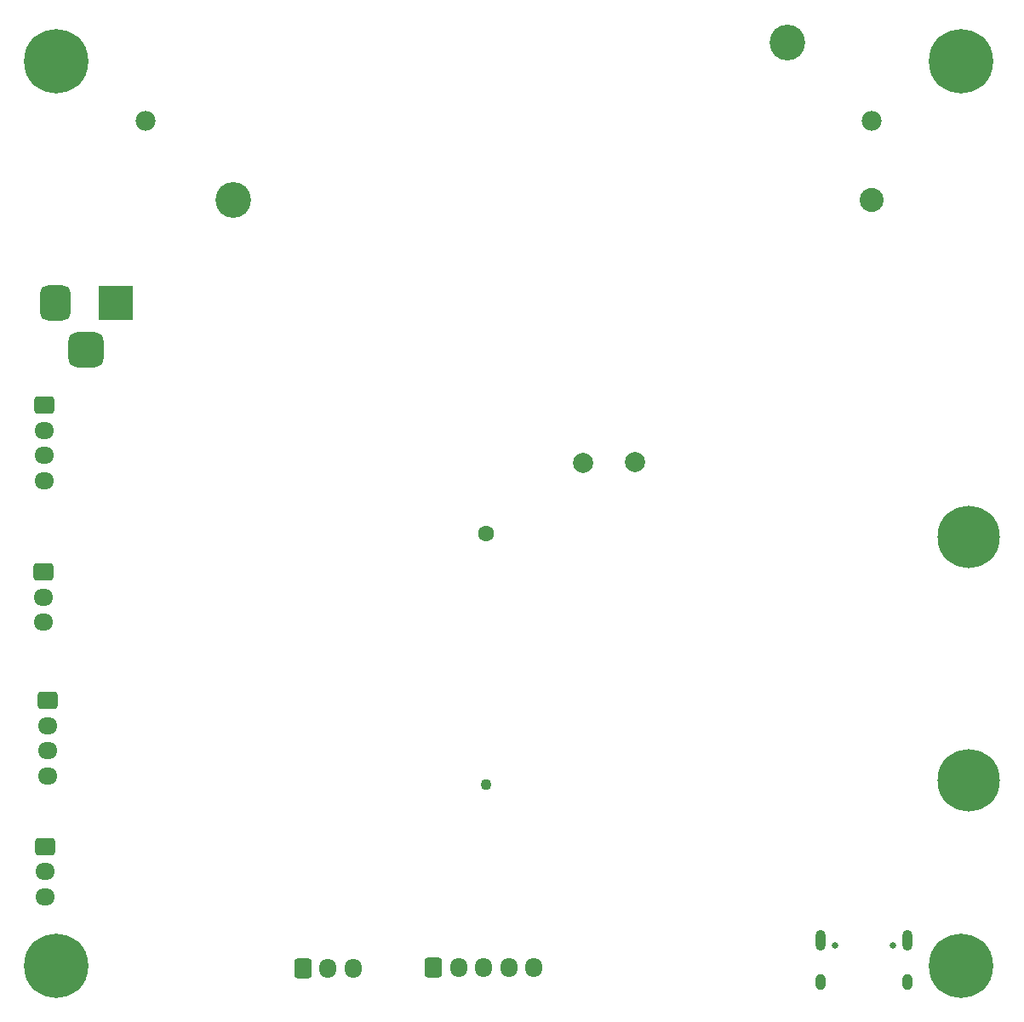
<source format=gbr>
%TF.GenerationSoftware,KiCad,Pcbnew,(6.0.6)*%
%TF.CreationDate,2022-10-20T14:17:53+09:00*%
%TF.ProjectId,LTE-base-H1,4c54452d-6261-4736-952d-48312e6b6963,rev?*%
%TF.SameCoordinates,Original*%
%TF.FileFunction,Soldermask,Bot*%
%TF.FilePolarity,Negative*%
%FSLAX46Y46*%
G04 Gerber Fmt 4.6, Leading zero omitted, Abs format (unit mm)*
G04 Created by KiCad (PCBNEW (6.0.6)) date 2022-10-20 14:17:53*
%MOMM*%
%LPD*%
G01*
G04 APERTURE LIST*
G04 Aperture macros list*
%AMRoundRect*
0 Rectangle with rounded corners*
0 $1 Rounding radius*
0 $2 $3 $4 $5 $6 $7 $8 $9 X,Y pos of 4 corners*
0 Add a 4 corners polygon primitive as box body*
4,1,4,$2,$3,$4,$5,$6,$7,$8,$9,$2,$3,0*
0 Add four circle primitives for the rounded corners*
1,1,$1+$1,$2,$3*
1,1,$1+$1,$4,$5*
1,1,$1+$1,$6,$7*
1,1,$1+$1,$8,$9*
0 Add four rect primitives between the rounded corners*
20,1,$1+$1,$2,$3,$4,$5,0*
20,1,$1+$1,$4,$5,$6,$7,0*
20,1,$1+$1,$6,$7,$8,$9,0*
20,1,$1+$1,$8,$9,$2,$3,0*%
G04 Aperture macros list end*
%ADD10C,0.800000*%
%ADD11C,6.400000*%
%ADD12C,6.200000*%
%ADD13RoundRect,0.250000X-0.725000X0.600000X-0.725000X-0.600000X0.725000X-0.600000X0.725000X0.600000X0*%
%ADD14O,1.950000X1.700000*%
%ADD15RoundRect,0.250000X-0.600000X-0.725000X0.600000X-0.725000X0.600000X0.725000X-0.600000X0.725000X0*%
%ADD16O,1.700000X1.950000*%
%ADD17C,2.000000*%
%ADD18C,1.100000*%
%ADD19C,1.600000*%
%ADD20C,3.550000*%
%ADD21C,2.390000*%
%ADD22C,1.980000*%
%ADD23C,0.650000*%
%ADD24O,1.000000X1.600000*%
%ADD25O,1.000000X2.100000*%
%ADD26R,3.500000X3.500000*%
%ADD27RoundRect,0.750000X-0.750000X-1.000000X0.750000X-1.000000X0.750000X1.000000X-0.750000X1.000000X0*%
%ADD28RoundRect,0.875000X-0.875000X-0.875000X0.875000X-0.875000X0.875000X0.875000X-0.875000X0.875000X0*%
G04 APERTURE END LIST*
D10*
%TO.C,H4*%
X195000000Y-57600000D03*
X196697056Y-58302944D03*
X195000000Y-62400000D03*
D11*
X195000000Y-60000000D03*
D10*
X197400000Y-60000000D03*
X192600000Y-60000000D03*
X193302944Y-61697056D03*
X193302944Y-58302944D03*
X196697056Y-61697056D03*
%TD*%
D12*
%TO.C,J4*%
X195700000Y-107400000D03*
%TD*%
D13*
%TO.C,J11*%
X103800000Y-94250000D03*
D14*
X103800000Y-96750000D03*
X103800000Y-99250000D03*
X103800000Y-101750000D03*
%TD*%
D10*
%TO.C,H2*%
X105000000Y-152400000D03*
X103302944Y-148302944D03*
X103302944Y-151697056D03*
X106697056Y-151697056D03*
X106697056Y-148302944D03*
X107400000Y-150000000D03*
X105000000Y-147600000D03*
X102600000Y-150000000D03*
D11*
X105000000Y-150000000D03*
%TD*%
D12*
%TO.C,J3*%
X195750000Y-131600000D03*
%TD*%
D15*
%TO.C,J7*%
X129500000Y-150275000D03*
D16*
X132000000Y-150275000D03*
X134500000Y-150275000D03*
%TD*%
D10*
%TO.C,H1*%
X195000000Y-152400000D03*
X196697056Y-148302944D03*
D11*
X195000000Y-150000000D03*
D10*
X193302944Y-148302944D03*
X195000000Y-147600000D03*
X193302944Y-151697056D03*
X197400000Y-150000000D03*
X196697056Y-151697056D03*
X192600000Y-150000000D03*
%TD*%
D17*
%TO.C,TP2*%
X157400000Y-100000000D03*
%TD*%
D18*
%TO.C,J1*%
X147700000Y-132000000D03*
D19*
X147700000Y-107000000D03*
%TD*%
D17*
%TO.C,TP1*%
X162500000Y-99900000D03*
%TD*%
D13*
%TO.C,J9*%
X104125000Y-123650000D03*
D14*
X104125000Y-126150000D03*
X104125000Y-128650000D03*
X104125000Y-131150000D03*
%TD*%
D20*
%TO.C,BT1*%
X177730000Y-58130000D03*
D21*
X186110000Y-73870000D03*
D20*
X122530000Y-73870000D03*
D22*
X186110000Y-66000000D03*
X113890000Y-66000000D03*
%TD*%
D23*
%TO.C,J5*%
X182405489Y-147995489D03*
X188185489Y-147995489D03*
D24*
X180975489Y-151645489D03*
X189615489Y-151645489D03*
D25*
X189615489Y-147465489D03*
X180975489Y-147465489D03*
%TD*%
D13*
%TO.C,J12*%
X103700000Y-110850000D03*
D14*
X103700000Y-113350000D03*
X103700000Y-115850000D03*
%TD*%
D10*
%TO.C,H3*%
X102600000Y-60000000D03*
X103302944Y-61697056D03*
X106697056Y-58302944D03*
D11*
X105000000Y-60000000D03*
D10*
X103302944Y-58302944D03*
X106697056Y-61697056D03*
X105000000Y-62400000D03*
X107400000Y-60000000D03*
X105000000Y-57600000D03*
%TD*%
D13*
%TO.C,J6*%
X103900000Y-138150000D03*
D14*
X103900000Y-140650000D03*
X103900000Y-143150000D03*
%TD*%
D15*
%TO.C,J8*%
X142500000Y-150175000D03*
D16*
X145000000Y-150175000D03*
X147500000Y-150175000D03*
X150000000Y-150175000D03*
X152500000Y-150175000D03*
%TD*%
D26*
%TO.C,J2*%
X110900000Y-84042500D03*
D27*
X104900000Y-84042500D03*
D28*
X107900000Y-88742500D03*
%TD*%
M02*

</source>
